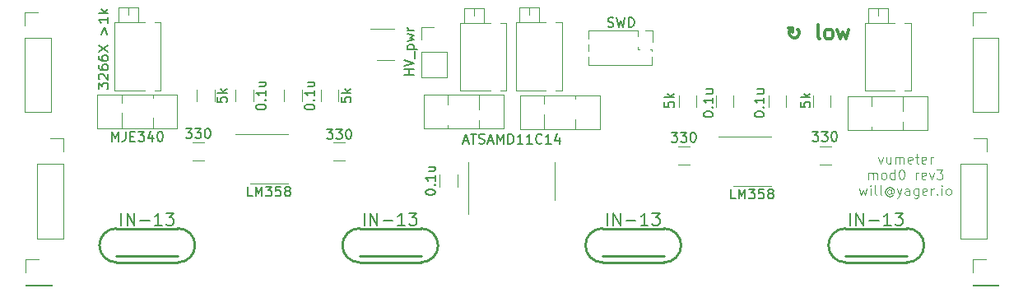
<source format=gto>
G04 #@! TF.GenerationSoftware,KiCad,Pcbnew,(5.1.5-0-10_14)*
G04 #@! TF.CreationDate,2020-01-15T18:19:52+08:00*
G04 #@! TF.ProjectId,vumeter-schematics,76756d65-7465-4722-9d73-6368656d6174,rev?*
G04 #@! TF.SameCoordinates,Original*
G04 #@! TF.FileFunction,Legend,Top*
G04 #@! TF.FilePolarity,Positive*
%FSLAX46Y46*%
G04 Gerber Fmt 4.6, Leading zero omitted, Abs format (unit mm)*
G04 Created by KiCad (PCBNEW (5.1.5-0-10_14)) date 2020-01-15 18:19:52*
%MOMM*%
%LPD*%
G04 APERTURE LIST*
%ADD10C,0.300000*%
%ADD11C,0.125000*%
%ADD12C,0.120000*%
%ADD13C,0.254000*%
%ADD14C,0.127000*%
%ADD15C,0.150000*%
G04 APERTURE END LIST*
D10*
X169103571Y-87290714D02*
X169532142Y-87290714D01*
X169532142Y-87719285D01*
X170103571Y-87433571D02*
X170175000Y-87505000D01*
X170246428Y-87719285D01*
X170246428Y-87862142D01*
X170175000Y-88076428D01*
X170032142Y-88219285D01*
X169817857Y-88290714D01*
X169675000Y-88290714D01*
X169460714Y-88219285D01*
X169317857Y-88076428D01*
X169246428Y-87862142D01*
X169246428Y-87719285D01*
X169317857Y-87505000D01*
X169532142Y-87290714D01*
X172389285Y-88433571D02*
X172246428Y-88362142D01*
X172175000Y-88219285D01*
X172175000Y-86933571D01*
X173175000Y-88433571D02*
X173032142Y-88362142D01*
X172960714Y-88290714D01*
X172889285Y-88147857D01*
X172889285Y-87719285D01*
X172960714Y-87576428D01*
X173032142Y-87505000D01*
X173175000Y-87433571D01*
X173389285Y-87433571D01*
X173532142Y-87505000D01*
X173603571Y-87576428D01*
X173675000Y-87719285D01*
X173675000Y-88147857D01*
X173603571Y-88290714D01*
X173532142Y-88362142D01*
X173389285Y-88433571D01*
X173175000Y-88433571D01*
X174175000Y-87433571D02*
X174460714Y-88433571D01*
X174746428Y-87719285D01*
X175032142Y-88433571D01*
X175317857Y-87433571D01*
D11*
X178365476Y-100565714D02*
X178603571Y-101232380D01*
X178841666Y-100565714D01*
X179651190Y-100565714D02*
X179651190Y-101232380D01*
X179222619Y-100565714D02*
X179222619Y-101089523D01*
X179270238Y-101184761D01*
X179365476Y-101232380D01*
X179508333Y-101232380D01*
X179603571Y-101184761D01*
X179651190Y-101137142D01*
X180127380Y-101232380D02*
X180127380Y-100565714D01*
X180127380Y-100660952D02*
X180175000Y-100613333D01*
X180270238Y-100565714D01*
X180413095Y-100565714D01*
X180508333Y-100613333D01*
X180555952Y-100708571D01*
X180555952Y-101232380D01*
X180555952Y-100708571D02*
X180603571Y-100613333D01*
X180698809Y-100565714D01*
X180841666Y-100565714D01*
X180936904Y-100613333D01*
X180984523Y-100708571D01*
X180984523Y-101232380D01*
X181841666Y-101184761D02*
X181746428Y-101232380D01*
X181555952Y-101232380D01*
X181460714Y-101184761D01*
X181413095Y-101089523D01*
X181413095Y-100708571D01*
X181460714Y-100613333D01*
X181555952Y-100565714D01*
X181746428Y-100565714D01*
X181841666Y-100613333D01*
X181889285Y-100708571D01*
X181889285Y-100803809D01*
X181413095Y-100899047D01*
X182175000Y-100565714D02*
X182555952Y-100565714D01*
X182317857Y-100232380D02*
X182317857Y-101089523D01*
X182365476Y-101184761D01*
X182460714Y-101232380D01*
X182555952Y-101232380D01*
X183270238Y-101184761D02*
X183175000Y-101232380D01*
X182984523Y-101232380D01*
X182889285Y-101184761D01*
X182841666Y-101089523D01*
X182841666Y-100708571D01*
X182889285Y-100613333D01*
X182984523Y-100565714D01*
X183175000Y-100565714D01*
X183270238Y-100613333D01*
X183317857Y-100708571D01*
X183317857Y-100803809D01*
X182841666Y-100899047D01*
X183746428Y-101232380D02*
X183746428Y-100565714D01*
X183746428Y-100756190D02*
X183794047Y-100660952D01*
X183841666Y-100613333D01*
X183936904Y-100565714D01*
X184032142Y-100565714D01*
X177389285Y-102857380D02*
X177389285Y-102190714D01*
X177389285Y-102285952D02*
X177436904Y-102238333D01*
X177532142Y-102190714D01*
X177675000Y-102190714D01*
X177770238Y-102238333D01*
X177817857Y-102333571D01*
X177817857Y-102857380D01*
X177817857Y-102333571D02*
X177865476Y-102238333D01*
X177960714Y-102190714D01*
X178103571Y-102190714D01*
X178198809Y-102238333D01*
X178246428Y-102333571D01*
X178246428Y-102857380D01*
X178865476Y-102857380D02*
X178770238Y-102809761D01*
X178722619Y-102762142D01*
X178675000Y-102666904D01*
X178675000Y-102381190D01*
X178722619Y-102285952D01*
X178770238Y-102238333D01*
X178865476Y-102190714D01*
X179008333Y-102190714D01*
X179103571Y-102238333D01*
X179151190Y-102285952D01*
X179198809Y-102381190D01*
X179198809Y-102666904D01*
X179151190Y-102762142D01*
X179103571Y-102809761D01*
X179008333Y-102857380D01*
X178865476Y-102857380D01*
X180055952Y-102857380D02*
X180055952Y-101857380D01*
X180055952Y-102809761D02*
X179960714Y-102857380D01*
X179770238Y-102857380D01*
X179675000Y-102809761D01*
X179627380Y-102762142D01*
X179579761Y-102666904D01*
X179579761Y-102381190D01*
X179627380Y-102285952D01*
X179675000Y-102238333D01*
X179770238Y-102190714D01*
X179960714Y-102190714D01*
X180055952Y-102238333D01*
X180722619Y-101857380D02*
X180817857Y-101857380D01*
X180913095Y-101905000D01*
X180960714Y-101952619D01*
X181008333Y-102047857D01*
X181055952Y-102238333D01*
X181055952Y-102476428D01*
X181008333Y-102666904D01*
X180960714Y-102762142D01*
X180913095Y-102809761D01*
X180817857Y-102857380D01*
X180722619Y-102857380D01*
X180627380Y-102809761D01*
X180579761Y-102762142D01*
X180532142Y-102666904D01*
X180484523Y-102476428D01*
X180484523Y-102238333D01*
X180532142Y-102047857D01*
X180579761Y-101952619D01*
X180627380Y-101905000D01*
X180722619Y-101857380D01*
X182246428Y-102857380D02*
X182246428Y-102190714D01*
X182246428Y-102381190D02*
X182294047Y-102285952D01*
X182341666Y-102238333D01*
X182436904Y-102190714D01*
X182532142Y-102190714D01*
X183246428Y-102809761D02*
X183151190Y-102857380D01*
X182960714Y-102857380D01*
X182865476Y-102809761D01*
X182817857Y-102714523D01*
X182817857Y-102333571D01*
X182865476Y-102238333D01*
X182960714Y-102190714D01*
X183151190Y-102190714D01*
X183246428Y-102238333D01*
X183294047Y-102333571D01*
X183294047Y-102428809D01*
X182817857Y-102524047D01*
X183627380Y-102190714D02*
X183865476Y-102857380D01*
X184103571Y-102190714D01*
X184389285Y-101857380D02*
X185008333Y-101857380D01*
X184675000Y-102238333D01*
X184817857Y-102238333D01*
X184913095Y-102285952D01*
X184960714Y-102333571D01*
X185008333Y-102428809D01*
X185008333Y-102666904D01*
X184960714Y-102762142D01*
X184913095Y-102809761D01*
X184817857Y-102857380D01*
X184532142Y-102857380D01*
X184436904Y-102809761D01*
X184389285Y-102762142D01*
X176436904Y-103815714D02*
X176627380Y-104482380D01*
X176817857Y-104006190D01*
X177008333Y-104482380D01*
X177198809Y-103815714D01*
X177579761Y-104482380D02*
X177579761Y-103815714D01*
X177579761Y-103482380D02*
X177532142Y-103530000D01*
X177579761Y-103577619D01*
X177627380Y-103530000D01*
X177579761Y-103482380D01*
X177579761Y-103577619D01*
X178198809Y-104482380D02*
X178103571Y-104434761D01*
X178055952Y-104339523D01*
X178055952Y-103482380D01*
X178722619Y-104482380D02*
X178627380Y-104434761D01*
X178579761Y-104339523D01*
X178579761Y-103482380D01*
X179722619Y-104006190D02*
X179675000Y-103958571D01*
X179579761Y-103910952D01*
X179484523Y-103910952D01*
X179389285Y-103958571D01*
X179341666Y-104006190D01*
X179294047Y-104101428D01*
X179294047Y-104196666D01*
X179341666Y-104291904D01*
X179389285Y-104339523D01*
X179484523Y-104387142D01*
X179579761Y-104387142D01*
X179675000Y-104339523D01*
X179722619Y-104291904D01*
X179722619Y-103910952D02*
X179722619Y-104291904D01*
X179770238Y-104339523D01*
X179817857Y-104339523D01*
X179913095Y-104291904D01*
X179960714Y-104196666D01*
X179960714Y-103958571D01*
X179865476Y-103815714D01*
X179722619Y-103720476D01*
X179532142Y-103672857D01*
X179341666Y-103720476D01*
X179198809Y-103815714D01*
X179103571Y-103958571D01*
X179055952Y-104149047D01*
X179103571Y-104339523D01*
X179198809Y-104482380D01*
X179341666Y-104577619D01*
X179532142Y-104625238D01*
X179722619Y-104577619D01*
X179865476Y-104482380D01*
X180294047Y-103815714D02*
X180532142Y-104482380D01*
X180770238Y-103815714D02*
X180532142Y-104482380D01*
X180436904Y-104720476D01*
X180389285Y-104768095D01*
X180294047Y-104815714D01*
X181579761Y-104482380D02*
X181579761Y-103958571D01*
X181532142Y-103863333D01*
X181436904Y-103815714D01*
X181246428Y-103815714D01*
X181151190Y-103863333D01*
X181579761Y-104434761D02*
X181484523Y-104482380D01*
X181246428Y-104482380D01*
X181151190Y-104434761D01*
X181103571Y-104339523D01*
X181103571Y-104244285D01*
X181151190Y-104149047D01*
X181246428Y-104101428D01*
X181484523Y-104101428D01*
X181579761Y-104053809D01*
X182484523Y-103815714D02*
X182484523Y-104625238D01*
X182436904Y-104720476D01*
X182389285Y-104768095D01*
X182294047Y-104815714D01*
X182151190Y-104815714D01*
X182055952Y-104768095D01*
X182484523Y-104434761D02*
X182389285Y-104482380D01*
X182198809Y-104482380D01*
X182103571Y-104434761D01*
X182055952Y-104387142D01*
X182008333Y-104291904D01*
X182008333Y-104006190D01*
X182055952Y-103910952D01*
X182103571Y-103863333D01*
X182198809Y-103815714D01*
X182389285Y-103815714D01*
X182484523Y-103863333D01*
X183341666Y-104434761D02*
X183246428Y-104482380D01*
X183055952Y-104482380D01*
X182960714Y-104434761D01*
X182913095Y-104339523D01*
X182913095Y-103958571D01*
X182960714Y-103863333D01*
X183055952Y-103815714D01*
X183246428Y-103815714D01*
X183341666Y-103863333D01*
X183389285Y-103958571D01*
X183389285Y-104053809D01*
X182913095Y-104149047D01*
X183817857Y-104482380D02*
X183817857Y-103815714D01*
X183817857Y-104006190D02*
X183865476Y-103910952D01*
X183913095Y-103863333D01*
X184008333Y-103815714D01*
X184103571Y-103815714D01*
X184436904Y-104387142D02*
X184484523Y-104434761D01*
X184436904Y-104482380D01*
X184389285Y-104434761D01*
X184436904Y-104387142D01*
X184436904Y-104482380D01*
X184913095Y-104482380D02*
X184913095Y-103815714D01*
X184913095Y-103482380D02*
X184865476Y-103530000D01*
X184913095Y-103577619D01*
X184960714Y-103530000D01*
X184913095Y-103482380D01*
X184913095Y-103577619D01*
X185532142Y-104482380D02*
X185436904Y-104434761D01*
X185389285Y-104387142D01*
X185341666Y-104291904D01*
X185341666Y-104006190D01*
X185389285Y-103910952D01*
X185436904Y-103863333D01*
X185532142Y-103815714D01*
X185675000Y-103815714D01*
X185770238Y-103863333D01*
X185817857Y-103910952D01*
X185865476Y-104006190D01*
X185865476Y-104291904D01*
X185817857Y-104387142D01*
X185770238Y-104434761D01*
X185675000Y-104482380D01*
X185532142Y-104482380D01*
D12*
X178365000Y-85270000D02*
X178365000Y-86029000D01*
X179375000Y-86789000D02*
X177355000Y-86789000D01*
X179375000Y-85270000D02*
X177355000Y-85270000D01*
X177355000Y-85270000D02*
X177355000Y-86789000D01*
X179375000Y-85270000D02*
X179375000Y-86789000D01*
X180080000Y-93740000D02*
X176975000Y-93740000D01*
X181715000Y-93740000D02*
X181070000Y-93740000D01*
X180080000Y-86790000D02*
X176975000Y-86790000D01*
X181715000Y-86790000D02*
X181070000Y-86790000D01*
X176975000Y-86790000D02*
X176975000Y-93740000D01*
X181715000Y-86790000D02*
X181715000Y-93740000D01*
D13*
X106350000Y-110770000D02*
X100000000Y-110770000D01*
X106350000Y-107912500D02*
X100000000Y-107912500D01*
X106350000Y-107912500D02*
G75*
G02X108096300Y-109658800I0J-1746300D01*
G01*
X108096300Y-109658798D02*
G75*
G02X106350100Y-111405000I-1746201J-1D01*
G01*
X106032500Y-111405000D02*
X106350100Y-111405000D01*
X100635000Y-111405000D02*
X106032500Y-111405000D01*
X99999900Y-111405000D02*
X100635000Y-111405000D01*
X99999901Y-111404999D02*
G75*
G02X98253700Y-109658800I-1J1746200D01*
G01*
X98253700Y-109658800D02*
G75*
G02X100000000Y-107912500I1746300J0D01*
G01*
D14*
X100000000Y-111405000D02*
G75*
G02X100000000Y-107912500I0J1746250D01*
G01*
X106350000Y-111405000D02*
G75*
G03X106350000Y-107912500I0J1746250D01*
G01*
X106032500Y-111405000D02*
X106350000Y-111405000D01*
X100000000Y-111405000D02*
X100635000Y-111405000D01*
D13*
X131350000Y-110770000D02*
X125000000Y-110770000D01*
X131350000Y-107912500D02*
X125000000Y-107912500D01*
X131350000Y-107912500D02*
G75*
G02X133096300Y-109658800I0J-1746300D01*
G01*
X133096300Y-109658798D02*
G75*
G02X131350100Y-111405000I-1746201J-1D01*
G01*
X131032500Y-111405000D02*
X131350100Y-111405000D01*
X125635000Y-111405000D02*
X131032500Y-111405000D01*
X124999900Y-111405000D02*
X125635000Y-111405000D01*
X124999901Y-111404999D02*
G75*
G02X123253700Y-109658800I-1J1746200D01*
G01*
X123253700Y-109658800D02*
G75*
G02X125000000Y-107912500I1746300J0D01*
G01*
D14*
X125000000Y-111405000D02*
G75*
G02X125000000Y-107912500I0J1746250D01*
G01*
X131350000Y-111405000D02*
G75*
G03X131350000Y-107912500I0J1746250D01*
G01*
X131032500Y-111405000D02*
X131350000Y-111405000D01*
X125000000Y-111405000D02*
X125635000Y-111405000D01*
D13*
X156350000Y-110770000D02*
X150000000Y-110770000D01*
X156350000Y-107912500D02*
X150000000Y-107912500D01*
X156350000Y-107912500D02*
G75*
G02X158096300Y-109658800I0J-1746300D01*
G01*
X158096300Y-109658798D02*
G75*
G02X156350100Y-111405000I-1746201J-1D01*
G01*
X156032500Y-111405000D02*
X156350100Y-111405000D01*
X150635000Y-111405000D02*
X156032500Y-111405000D01*
X149999900Y-111405000D02*
X150635000Y-111405000D01*
X149999901Y-111404999D02*
G75*
G02X148253700Y-109658800I-1J1746200D01*
G01*
X148253700Y-109658800D02*
G75*
G02X150000000Y-107912500I1746300J0D01*
G01*
D14*
X150000000Y-111405000D02*
G75*
G02X150000000Y-107912500I0J1746250D01*
G01*
X156350000Y-111405000D02*
G75*
G03X156350000Y-107912500I0J1746250D01*
G01*
X156032500Y-111405000D02*
X156350000Y-111405000D01*
X150000000Y-111405000D02*
X150635000Y-111405000D01*
D13*
X181350000Y-110770000D02*
X175000000Y-110770000D01*
X181350000Y-107912500D02*
X175000000Y-107912500D01*
X181350000Y-107912500D02*
G75*
G02X183096300Y-109658800I0J-1746300D01*
G01*
X183096300Y-109658798D02*
G75*
G02X181350100Y-111405000I-1746201J-1D01*
G01*
X181032500Y-111405000D02*
X181350100Y-111405000D01*
X175635000Y-111405000D02*
X181032500Y-111405000D01*
X174999900Y-111405000D02*
X175635000Y-111405000D01*
X174999901Y-111404999D02*
G75*
G02X173253700Y-109658800I-1J1746200D01*
G01*
X173253700Y-109658800D02*
G75*
G02X175000000Y-107912500I1746300J0D01*
G01*
D14*
X175000000Y-111405000D02*
G75*
G02X175000000Y-107912500I0J1746250D01*
G01*
X181350000Y-111405000D02*
G75*
G03X181350000Y-107912500I0J1746250D01*
G01*
X181032500Y-111405000D02*
X181350000Y-111405000D01*
X175000000Y-111405000D02*
X175635000Y-111405000D01*
D12*
X135085000Y-102402936D02*
X135085000Y-103607064D01*
X133265000Y-102402936D02*
X133265000Y-103607064D01*
X112265000Y-94857064D02*
X112265000Y-93652936D01*
X114085000Y-94857064D02*
X114085000Y-93652936D01*
X119085000Y-94857064D02*
X119085000Y-93652936D01*
X117265000Y-94857064D02*
X117265000Y-93652936D01*
X163485000Y-95407064D02*
X163485000Y-94202936D01*
X161665000Y-95407064D02*
X161665000Y-94202936D01*
X167065000Y-95407064D02*
X167065000Y-94202936D01*
X168885000Y-95407064D02*
X168885000Y-94202936D01*
X110085000Y-93652936D02*
X110085000Y-94857064D01*
X108265000Y-93652936D02*
X108265000Y-94857064D01*
X122835000Y-93652936D02*
X122835000Y-94857064D01*
X121015000Y-93652936D02*
X121015000Y-94857064D01*
X157865000Y-94202936D02*
X157865000Y-95407064D01*
X159685000Y-94202936D02*
X159685000Y-95407064D01*
X171665000Y-94202936D02*
X171665000Y-95407064D01*
X173485000Y-94202936D02*
X173485000Y-95407064D01*
X109027064Y-99095000D02*
X107822936Y-99095000D01*
X109027064Y-100915000D02*
X107822936Y-100915000D01*
X122322936Y-99095000D02*
X123527064Y-99095000D01*
X122322936Y-100915000D02*
X123527064Y-100915000D01*
X158977064Y-99495000D02*
X157772936Y-99495000D01*
X158977064Y-101315000D02*
X157772936Y-101315000D01*
X172322936Y-99495000D02*
X173527064Y-99495000D01*
X172322936Y-101315000D02*
X173527064Y-101315000D01*
X115675000Y-98195000D02*
X112225000Y-98195000D01*
X115675000Y-98195000D02*
X117625000Y-98195000D01*
X115675000Y-103315000D02*
X113725000Y-103315000D01*
X115675000Y-103315000D02*
X117625000Y-103315000D01*
X145110000Y-103005000D02*
X145110000Y-101055000D01*
X145110000Y-103005000D02*
X145110000Y-104955000D01*
X136240000Y-103005000D02*
X136240000Y-101055000D01*
X136240000Y-103005000D02*
X136240000Y-106455000D01*
X165375000Y-103565000D02*
X167325000Y-103565000D01*
X165375000Y-103565000D02*
X163425000Y-103565000D01*
X165375000Y-98445000D02*
X167325000Y-98445000D01*
X165375000Y-98445000D02*
X161925000Y-98445000D01*
X101215000Y-85220000D02*
X101215000Y-85979000D01*
X102225000Y-86739000D02*
X100205000Y-86739000D01*
X102225000Y-85220000D02*
X100205000Y-85220000D01*
X100205000Y-85220000D02*
X100205000Y-86739000D01*
X102225000Y-85220000D02*
X102225000Y-86739000D01*
X102930000Y-93690000D02*
X99825000Y-93690000D01*
X104565000Y-93690000D02*
X103920000Y-93690000D01*
X102930000Y-86740000D02*
X99825000Y-86740000D01*
X104565000Y-86740000D02*
X103920000Y-86740000D01*
X99825000Y-86740000D02*
X99825000Y-93690000D01*
X104565000Y-86740000D02*
X104565000Y-93690000D01*
X140115000Y-86790000D02*
X140115000Y-93740000D01*
X135375000Y-86790000D02*
X135375000Y-93740000D01*
X140115000Y-86790000D02*
X139470000Y-86790000D01*
X138480000Y-86790000D02*
X135375000Y-86790000D01*
X140115000Y-93740000D02*
X139470000Y-93740000D01*
X138480000Y-93740000D02*
X135375000Y-93740000D01*
X137775000Y-85270000D02*
X137775000Y-86789000D01*
X135755000Y-85270000D02*
X135755000Y-86789000D01*
X137775000Y-85270000D02*
X135755000Y-85270000D01*
X137775000Y-86789000D02*
X135755000Y-86789000D01*
X136765000Y-85270000D02*
X136765000Y-86029000D01*
X145815000Y-86740000D02*
X145815000Y-93690000D01*
X141075000Y-86740000D02*
X141075000Y-93690000D01*
X145815000Y-86740000D02*
X145170000Y-86740000D01*
X144180000Y-86740000D02*
X141075000Y-86740000D01*
X145815000Y-93690000D02*
X145170000Y-93690000D01*
X144180000Y-93690000D02*
X141075000Y-93690000D01*
X143475000Y-85220000D02*
X143475000Y-86739000D01*
X141455000Y-85220000D02*
X141455000Y-86739000D01*
X143475000Y-85220000D02*
X141455000Y-85220000D01*
X143475000Y-86739000D02*
X141455000Y-86739000D01*
X142465000Y-85220000D02*
X142465000Y-85979000D01*
X91845000Y-101275000D02*
X94505000Y-101275000D01*
X91845000Y-101275000D02*
X91845000Y-108955000D01*
X91845000Y-108955000D02*
X94505000Y-108955000D01*
X94505000Y-101275000D02*
X94505000Y-108955000D01*
X94505000Y-98675000D02*
X94505000Y-100005000D01*
X93175000Y-98675000D02*
X94505000Y-98675000D01*
X188175000Y-98675000D02*
X189505000Y-98675000D01*
X189505000Y-98675000D02*
X189505000Y-100005000D01*
X189505000Y-101275000D02*
X189505000Y-108955000D01*
X186845000Y-108955000D02*
X189505000Y-108955000D01*
X186845000Y-101275000D02*
X186845000Y-108955000D01*
X186845000Y-101275000D02*
X189505000Y-101275000D01*
X131345000Y-92375000D02*
X134005000Y-92375000D01*
X131345000Y-89775000D02*
X131345000Y-92375000D01*
X134005000Y-89775000D02*
X134005000Y-92375000D01*
X131345000Y-89775000D02*
X134005000Y-89775000D01*
X131345000Y-88505000D02*
X131345000Y-87175000D01*
X131345000Y-87175000D02*
X132675000Y-87175000D01*
X90669000Y-113781000D02*
X93329000Y-113781000D01*
X90669000Y-113721000D02*
X90669000Y-113781000D01*
X93329000Y-113721000D02*
X93329000Y-113781000D01*
X90669000Y-113721000D02*
X93329000Y-113721000D01*
X90669000Y-112451000D02*
X90669000Y-111121000D01*
X90669000Y-111121000D02*
X91999000Y-111121000D01*
X188095000Y-111121000D02*
X189425000Y-111121000D01*
X188095000Y-112451000D02*
X188095000Y-111121000D01*
X188095000Y-113721000D02*
X190755000Y-113721000D01*
X190755000Y-113721000D02*
X190755000Y-113781000D01*
X188095000Y-113721000D02*
X188095000Y-113781000D01*
X188095000Y-113781000D02*
X190755000Y-113781000D01*
X188095000Y-85675000D02*
X189425000Y-85675000D01*
X188095000Y-87005000D02*
X188095000Y-85675000D01*
X188095000Y-88275000D02*
X190755000Y-88275000D01*
X190755000Y-88275000D02*
X190755000Y-95955000D01*
X188095000Y-88275000D02*
X188095000Y-95955000D01*
X188095000Y-95955000D02*
X190755000Y-95955000D01*
X90595000Y-95955000D02*
X93255000Y-95955000D01*
X90595000Y-88275000D02*
X90595000Y-95955000D01*
X93255000Y-88275000D02*
X93255000Y-95955000D01*
X90595000Y-88275000D02*
X93255000Y-88275000D01*
X90595000Y-87005000D02*
X90595000Y-85675000D01*
X90595000Y-85675000D02*
X91925000Y-85675000D01*
X126775000Y-90615000D02*
X128575000Y-90615000D01*
X128575000Y-87395000D02*
X126125000Y-87395000D01*
X100534000Y-94965000D02*
X100534000Y-94135000D01*
X100534000Y-97625000D02*
X100534000Y-96045000D01*
X103735000Y-94455000D02*
X103735000Y-94135000D01*
X103735000Y-97625000D02*
X103735000Y-96555000D01*
X98015000Y-97625000D02*
X98015000Y-94135000D01*
X106255000Y-97625000D02*
X106255000Y-94135000D01*
X106255000Y-94135000D02*
X98015000Y-94135000D01*
X106255000Y-97625000D02*
X98015000Y-97625000D01*
X137316000Y-96795000D02*
X137316000Y-97625000D01*
X137316000Y-94135000D02*
X137316000Y-95715000D01*
X134115000Y-97305000D02*
X134115000Y-97625000D01*
X134115000Y-94135000D02*
X134115000Y-95205000D01*
X139835000Y-94135000D02*
X139835000Y-97625000D01*
X131595000Y-94135000D02*
X131595000Y-97625000D01*
X131595000Y-97625000D02*
X139835000Y-97625000D01*
X131595000Y-94135000D02*
X139835000Y-94135000D01*
X149755000Y-97725000D02*
X141515000Y-97725000D01*
X149755000Y-94235000D02*
X141515000Y-94235000D01*
X149755000Y-97725000D02*
X149755000Y-94235000D01*
X141515000Y-97725000D02*
X141515000Y-94235000D01*
X147235000Y-97725000D02*
X147235000Y-96655000D01*
X147235000Y-94555000D02*
X147235000Y-94235000D01*
X144034000Y-97725000D02*
X144034000Y-96145000D01*
X144034000Y-95065000D02*
X144034000Y-94235000D01*
X175195000Y-94285000D02*
X183435000Y-94285000D01*
X175195000Y-97775000D02*
X183435000Y-97775000D01*
X175195000Y-94285000D02*
X175195000Y-97775000D01*
X183435000Y-94285000D02*
X183435000Y-97775000D01*
X177715000Y-94285000D02*
X177715000Y-95355000D01*
X177715000Y-97455000D02*
X177715000Y-97775000D01*
X180916000Y-94285000D02*
X180916000Y-95865000D01*
X180916000Y-96945000D02*
X180916000Y-97775000D01*
X148600000Y-87575000D02*
X148600000Y-88397470D01*
X148600000Y-90282530D02*
X148600000Y-91105000D01*
X148600000Y-89012530D02*
X148600000Y-89667470D01*
X153615000Y-87575000D02*
X148600000Y-87575000D01*
X155070000Y-91105000D02*
X148600000Y-91105000D01*
X153615000Y-87575000D02*
X153615000Y-88141529D01*
X153615000Y-89268471D02*
X153615000Y-89411529D01*
X153668471Y-89465000D02*
X153811529Y-89465000D01*
X154938471Y-89465000D02*
X155070000Y-89465000D01*
X155070000Y-89465000D02*
X155070000Y-89667470D01*
X155070000Y-90282530D02*
X155070000Y-91105000D01*
X154375000Y-87575000D02*
X155135000Y-87575000D01*
X155135000Y-87575000D02*
X155135000Y-88705000D01*
D15*
X100514047Y-107579523D02*
X100514047Y-106309523D01*
X101118809Y-107579523D02*
X101118809Y-106309523D01*
X101844523Y-107579523D01*
X101844523Y-106309523D01*
X102449285Y-107095714D02*
X103416904Y-107095714D01*
X104686904Y-107579523D02*
X103961190Y-107579523D01*
X104324047Y-107579523D02*
X104324047Y-106309523D01*
X104203095Y-106490952D01*
X104082142Y-106611904D01*
X103961190Y-106672380D01*
X105110238Y-106309523D02*
X105896428Y-106309523D01*
X105473095Y-106793333D01*
X105654523Y-106793333D01*
X105775476Y-106853809D01*
X105835952Y-106914285D01*
X105896428Y-107035238D01*
X105896428Y-107337619D01*
X105835952Y-107458571D01*
X105775476Y-107519047D01*
X105654523Y-107579523D01*
X105291666Y-107579523D01*
X105170714Y-107519047D01*
X105110238Y-107458571D01*
X125514047Y-107579523D02*
X125514047Y-106309523D01*
X126118809Y-107579523D02*
X126118809Y-106309523D01*
X126844523Y-107579523D01*
X126844523Y-106309523D01*
X127449285Y-107095714D02*
X128416904Y-107095714D01*
X129686904Y-107579523D02*
X128961190Y-107579523D01*
X129324047Y-107579523D02*
X129324047Y-106309523D01*
X129203095Y-106490952D01*
X129082142Y-106611904D01*
X128961190Y-106672380D01*
X130110238Y-106309523D02*
X130896428Y-106309523D01*
X130473095Y-106793333D01*
X130654523Y-106793333D01*
X130775476Y-106853809D01*
X130835952Y-106914285D01*
X130896428Y-107035238D01*
X130896428Y-107337619D01*
X130835952Y-107458571D01*
X130775476Y-107519047D01*
X130654523Y-107579523D01*
X130291666Y-107579523D01*
X130170714Y-107519047D01*
X130110238Y-107458571D01*
X150514047Y-107579523D02*
X150514047Y-106309523D01*
X151118809Y-107579523D02*
X151118809Y-106309523D01*
X151844523Y-107579523D01*
X151844523Y-106309523D01*
X152449285Y-107095714D02*
X153416904Y-107095714D01*
X154686904Y-107579523D02*
X153961190Y-107579523D01*
X154324047Y-107579523D02*
X154324047Y-106309523D01*
X154203095Y-106490952D01*
X154082142Y-106611904D01*
X153961190Y-106672380D01*
X155110238Y-106309523D02*
X155896428Y-106309523D01*
X155473095Y-106793333D01*
X155654523Y-106793333D01*
X155775476Y-106853809D01*
X155835952Y-106914285D01*
X155896428Y-107035238D01*
X155896428Y-107337619D01*
X155835952Y-107458571D01*
X155775476Y-107519047D01*
X155654523Y-107579523D01*
X155291666Y-107579523D01*
X155170714Y-107519047D01*
X155110238Y-107458571D01*
X175514047Y-107579523D02*
X175514047Y-106309523D01*
X176118809Y-107579523D02*
X176118809Y-106309523D01*
X176844523Y-107579523D01*
X176844523Y-106309523D01*
X177449285Y-107095714D02*
X178416904Y-107095714D01*
X179686904Y-107579523D02*
X178961190Y-107579523D01*
X179324047Y-107579523D02*
X179324047Y-106309523D01*
X179203095Y-106490952D01*
X179082142Y-106611904D01*
X178961190Y-106672380D01*
X180110238Y-106309523D02*
X180896428Y-106309523D01*
X180473095Y-106793333D01*
X180654523Y-106793333D01*
X180775476Y-106853809D01*
X180835952Y-106914285D01*
X180896428Y-107035238D01*
X180896428Y-107337619D01*
X180835952Y-107458571D01*
X180775476Y-107519047D01*
X180654523Y-107579523D01*
X180291666Y-107579523D01*
X180170714Y-107519047D01*
X180110238Y-107458571D01*
X131807380Y-104219285D02*
X131807380Y-104124047D01*
X131855000Y-104028809D01*
X131902619Y-103981190D01*
X131997857Y-103933571D01*
X132188333Y-103885952D01*
X132426428Y-103885952D01*
X132616904Y-103933571D01*
X132712142Y-103981190D01*
X132759761Y-104028809D01*
X132807380Y-104124047D01*
X132807380Y-104219285D01*
X132759761Y-104314523D01*
X132712142Y-104362142D01*
X132616904Y-104409761D01*
X132426428Y-104457380D01*
X132188333Y-104457380D01*
X131997857Y-104409761D01*
X131902619Y-104362142D01*
X131855000Y-104314523D01*
X131807380Y-104219285D01*
X132712142Y-103457380D02*
X132759761Y-103409761D01*
X132807380Y-103457380D01*
X132759761Y-103505000D01*
X132712142Y-103457380D01*
X132807380Y-103457380D01*
X132807380Y-102457380D02*
X132807380Y-103028809D01*
X132807380Y-102743095D02*
X131807380Y-102743095D01*
X131950238Y-102838333D01*
X132045476Y-102933571D01*
X132093095Y-103028809D01*
X132140714Y-101600238D02*
X132807380Y-101600238D01*
X132140714Y-102028809D02*
X132664523Y-102028809D01*
X132759761Y-101981190D01*
X132807380Y-101885952D01*
X132807380Y-101743095D01*
X132759761Y-101647857D01*
X132712142Y-101600238D01*
X114377380Y-95469285D02*
X114377380Y-95374047D01*
X114425000Y-95278809D01*
X114472619Y-95231190D01*
X114567857Y-95183571D01*
X114758333Y-95135952D01*
X114996428Y-95135952D01*
X115186904Y-95183571D01*
X115282142Y-95231190D01*
X115329761Y-95278809D01*
X115377380Y-95374047D01*
X115377380Y-95469285D01*
X115329761Y-95564523D01*
X115282142Y-95612142D01*
X115186904Y-95659761D01*
X114996428Y-95707380D01*
X114758333Y-95707380D01*
X114567857Y-95659761D01*
X114472619Y-95612142D01*
X114425000Y-95564523D01*
X114377380Y-95469285D01*
X115282142Y-94707380D02*
X115329761Y-94659761D01*
X115377380Y-94707380D01*
X115329761Y-94755000D01*
X115282142Y-94707380D01*
X115377380Y-94707380D01*
X115377380Y-93707380D02*
X115377380Y-94278809D01*
X115377380Y-93993095D02*
X114377380Y-93993095D01*
X114520238Y-94088333D01*
X114615476Y-94183571D01*
X114663095Y-94278809D01*
X114710714Y-92850238D02*
X115377380Y-92850238D01*
X114710714Y-93278809D02*
X115234523Y-93278809D01*
X115329761Y-93231190D01*
X115377380Y-93135952D01*
X115377380Y-92993095D01*
X115329761Y-92897857D01*
X115282142Y-92850238D01*
X119377380Y-95469285D02*
X119377380Y-95374047D01*
X119425000Y-95278809D01*
X119472619Y-95231190D01*
X119567857Y-95183571D01*
X119758333Y-95135952D01*
X119996428Y-95135952D01*
X120186904Y-95183571D01*
X120282142Y-95231190D01*
X120329761Y-95278809D01*
X120377380Y-95374047D01*
X120377380Y-95469285D01*
X120329761Y-95564523D01*
X120282142Y-95612142D01*
X120186904Y-95659761D01*
X119996428Y-95707380D01*
X119758333Y-95707380D01*
X119567857Y-95659761D01*
X119472619Y-95612142D01*
X119425000Y-95564523D01*
X119377380Y-95469285D01*
X120282142Y-94707380D02*
X120329761Y-94659761D01*
X120377380Y-94707380D01*
X120329761Y-94755000D01*
X120282142Y-94707380D01*
X120377380Y-94707380D01*
X120377380Y-93707380D02*
X120377380Y-94278809D01*
X120377380Y-93993095D02*
X119377380Y-93993095D01*
X119520238Y-94088333D01*
X119615476Y-94183571D01*
X119663095Y-94278809D01*
X119710714Y-92850238D02*
X120377380Y-92850238D01*
X119710714Y-93278809D02*
X120234523Y-93278809D01*
X120329761Y-93231190D01*
X120377380Y-93135952D01*
X120377380Y-92993095D01*
X120329761Y-92897857D01*
X120282142Y-92850238D01*
X160377380Y-96219285D02*
X160377380Y-96124047D01*
X160425000Y-96028809D01*
X160472619Y-95981190D01*
X160567857Y-95933571D01*
X160758333Y-95885952D01*
X160996428Y-95885952D01*
X161186904Y-95933571D01*
X161282142Y-95981190D01*
X161329761Y-96028809D01*
X161377380Y-96124047D01*
X161377380Y-96219285D01*
X161329761Y-96314523D01*
X161282142Y-96362142D01*
X161186904Y-96409761D01*
X160996428Y-96457380D01*
X160758333Y-96457380D01*
X160567857Y-96409761D01*
X160472619Y-96362142D01*
X160425000Y-96314523D01*
X160377380Y-96219285D01*
X161282142Y-95457380D02*
X161329761Y-95409761D01*
X161377380Y-95457380D01*
X161329761Y-95505000D01*
X161282142Y-95457380D01*
X161377380Y-95457380D01*
X161377380Y-94457380D02*
X161377380Y-95028809D01*
X161377380Y-94743095D02*
X160377380Y-94743095D01*
X160520238Y-94838333D01*
X160615476Y-94933571D01*
X160663095Y-95028809D01*
X160710714Y-93600238D02*
X161377380Y-93600238D01*
X160710714Y-94028809D02*
X161234523Y-94028809D01*
X161329761Y-93981190D01*
X161377380Y-93885952D01*
X161377380Y-93743095D01*
X161329761Y-93647857D01*
X161282142Y-93600238D01*
X165627380Y-96219285D02*
X165627380Y-96124047D01*
X165675000Y-96028809D01*
X165722619Y-95981190D01*
X165817857Y-95933571D01*
X166008333Y-95885952D01*
X166246428Y-95885952D01*
X166436904Y-95933571D01*
X166532142Y-95981190D01*
X166579761Y-96028809D01*
X166627380Y-96124047D01*
X166627380Y-96219285D01*
X166579761Y-96314523D01*
X166532142Y-96362142D01*
X166436904Y-96409761D01*
X166246428Y-96457380D01*
X166008333Y-96457380D01*
X165817857Y-96409761D01*
X165722619Y-96362142D01*
X165675000Y-96314523D01*
X165627380Y-96219285D01*
X166532142Y-95457380D02*
X166579761Y-95409761D01*
X166627380Y-95457380D01*
X166579761Y-95505000D01*
X166532142Y-95457380D01*
X166627380Y-95457380D01*
X166627380Y-94457380D02*
X166627380Y-95028809D01*
X166627380Y-94743095D02*
X165627380Y-94743095D01*
X165770238Y-94838333D01*
X165865476Y-94933571D01*
X165913095Y-95028809D01*
X165960714Y-93600238D02*
X166627380Y-93600238D01*
X165960714Y-94028809D02*
X166484523Y-94028809D01*
X166579761Y-93981190D01*
X166627380Y-93885952D01*
X166627380Y-93743095D01*
X166579761Y-93647857D01*
X166532142Y-93600238D01*
X110377380Y-94421666D02*
X110377380Y-94897857D01*
X110853571Y-94945476D01*
X110805952Y-94897857D01*
X110758333Y-94802619D01*
X110758333Y-94564523D01*
X110805952Y-94469285D01*
X110853571Y-94421666D01*
X110948809Y-94374047D01*
X111186904Y-94374047D01*
X111282142Y-94421666D01*
X111329761Y-94469285D01*
X111377380Y-94564523D01*
X111377380Y-94802619D01*
X111329761Y-94897857D01*
X111282142Y-94945476D01*
X111377380Y-93945476D02*
X110377380Y-93945476D01*
X110996428Y-93850238D02*
X111377380Y-93564523D01*
X110710714Y-93564523D02*
X111091666Y-93945476D01*
X123127380Y-94421666D02*
X123127380Y-94897857D01*
X123603571Y-94945476D01*
X123555952Y-94897857D01*
X123508333Y-94802619D01*
X123508333Y-94564523D01*
X123555952Y-94469285D01*
X123603571Y-94421666D01*
X123698809Y-94374047D01*
X123936904Y-94374047D01*
X124032142Y-94421666D01*
X124079761Y-94469285D01*
X124127380Y-94564523D01*
X124127380Y-94802619D01*
X124079761Y-94897857D01*
X124032142Y-94945476D01*
X124127380Y-93945476D02*
X123127380Y-93945476D01*
X123746428Y-93850238D02*
X124127380Y-93564523D01*
X123460714Y-93564523D02*
X123841666Y-93945476D01*
X156377380Y-94921666D02*
X156377380Y-95397857D01*
X156853571Y-95445476D01*
X156805952Y-95397857D01*
X156758333Y-95302619D01*
X156758333Y-95064523D01*
X156805952Y-94969285D01*
X156853571Y-94921666D01*
X156948809Y-94874047D01*
X157186904Y-94874047D01*
X157282142Y-94921666D01*
X157329761Y-94969285D01*
X157377380Y-95064523D01*
X157377380Y-95302619D01*
X157329761Y-95397857D01*
X157282142Y-95445476D01*
X157377380Y-94445476D02*
X156377380Y-94445476D01*
X156996428Y-94350238D02*
X157377380Y-94064523D01*
X156710714Y-94064523D02*
X157091666Y-94445476D01*
X170377380Y-94921666D02*
X170377380Y-95397857D01*
X170853571Y-95445476D01*
X170805952Y-95397857D01*
X170758333Y-95302619D01*
X170758333Y-95064523D01*
X170805952Y-94969285D01*
X170853571Y-94921666D01*
X170948809Y-94874047D01*
X171186904Y-94874047D01*
X171282142Y-94921666D01*
X171329761Y-94969285D01*
X171377380Y-95064523D01*
X171377380Y-95302619D01*
X171329761Y-95397857D01*
X171282142Y-95445476D01*
X171377380Y-94445476D02*
X170377380Y-94445476D01*
X170996428Y-94350238D02*
X171377380Y-94064523D01*
X170710714Y-94064523D02*
X171091666Y-94445476D01*
X107139285Y-97637380D02*
X107758333Y-97637380D01*
X107425000Y-98018333D01*
X107567857Y-98018333D01*
X107663095Y-98065952D01*
X107710714Y-98113571D01*
X107758333Y-98208809D01*
X107758333Y-98446904D01*
X107710714Y-98542142D01*
X107663095Y-98589761D01*
X107567857Y-98637380D01*
X107282142Y-98637380D01*
X107186904Y-98589761D01*
X107139285Y-98542142D01*
X108091666Y-97637380D02*
X108710714Y-97637380D01*
X108377380Y-98018333D01*
X108520238Y-98018333D01*
X108615476Y-98065952D01*
X108663095Y-98113571D01*
X108710714Y-98208809D01*
X108710714Y-98446904D01*
X108663095Y-98542142D01*
X108615476Y-98589761D01*
X108520238Y-98637380D01*
X108234523Y-98637380D01*
X108139285Y-98589761D01*
X108091666Y-98542142D01*
X109329761Y-97637380D02*
X109425000Y-97637380D01*
X109520238Y-97685000D01*
X109567857Y-97732619D01*
X109615476Y-97827857D01*
X109663095Y-98018333D01*
X109663095Y-98256428D01*
X109615476Y-98446904D01*
X109567857Y-98542142D01*
X109520238Y-98589761D01*
X109425000Y-98637380D01*
X109329761Y-98637380D01*
X109234523Y-98589761D01*
X109186904Y-98542142D01*
X109139285Y-98446904D01*
X109091666Y-98256428D01*
X109091666Y-98018333D01*
X109139285Y-97827857D01*
X109186904Y-97732619D01*
X109234523Y-97685000D01*
X109329761Y-97637380D01*
X121639285Y-97707380D02*
X122258333Y-97707380D01*
X121925000Y-98088333D01*
X122067857Y-98088333D01*
X122163095Y-98135952D01*
X122210714Y-98183571D01*
X122258333Y-98278809D01*
X122258333Y-98516904D01*
X122210714Y-98612142D01*
X122163095Y-98659761D01*
X122067857Y-98707380D01*
X121782142Y-98707380D01*
X121686904Y-98659761D01*
X121639285Y-98612142D01*
X122591666Y-97707380D02*
X123210714Y-97707380D01*
X122877380Y-98088333D01*
X123020238Y-98088333D01*
X123115476Y-98135952D01*
X123163095Y-98183571D01*
X123210714Y-98278809D01*
X123210714Y-98516904D01*
X123163095Y-98612142D01*
X123115476Y-98659761D01*
X123020238Y-98707380D01*
X122734523Y-98707380D01*
X122639285Y-98659761D01*
X122591666Y-98612142D01*
X123829761Y-97707380D02*
X123925000Y-97707380D01*
X124020238Y-97755000D01*
X124067857Y-97802619D01*
X124115476Y-97897857D01*
X124163095Y-98088333D01*
X124163095Y-98326428D01*
X124115476Y-98516904D01*
X124067857Y-98612142D01*
X124020238Y-98659761D01*
X123925000Y-98707380D01*
X123829761Y-98707380D01*
X123734523Y-98659761D01*
X123686904Y-98612142D01*
X123639285Y-98516904D01*
X123591666Y-98326428D01*
X123591666Y-98088333D01*
X123639285Y-97897857D01*
X123686904Y-97802619D01*
X123734523Y-97755000D01*
X123829761Y-97707380D01*
X157089285Y-98037380D02*
X157708333Y-98037380D01*
X157375000Y-98418333D01*
X157517857Y-98418333D01*
X157613095Y-98465952D01*
X157660714Y-98513571D01*
X157708333Y-98608809D01*
X157708333Y-98846904D01*
X157660714Y-98942142D01*
X157613095Y-98989761D01*
X157517857Y-99037380D01*
X157232142Y-99037380D01*
X157136904Y-98989761D01*
X157089285Y-98942142D01*
X158041666Y-98037380D02*
X158660714Y-98037380D01*
X158327380Y-98418333D01*
X158470238Y-98418333D01*
X158565476Y-98465952D01*
X158613095Y-98513571D01*
X158660714Y-98608809D01*
X158660714Y-98846904D01*
X158613095Y-98942142D01*
X158565476Y-98989761D01*
X158470238Y-99037380D01*
X158184523Y-99037380D01*
X158089285Y-98989761D01*
X158041666Y-98942142D01*
X159279761Y-98037380D02*
X159375000Y-98037380D01*
X159470238Y-98085000D01*
X159517857Y-98132619D01*
X159565476Y-98227857D01*
X159613095Y-98418333D01*
X159613095Y-98656428D01*
X159565476Y-98846904D01*
X159517857Y-98942142D01*
X159470238Y-98989761D01*
X159375000Y-99037380D01*
X159279761Y-99037380D01*
X159184523Y-98989761D01*
X159136904Y-98942142D01*
X159089285Y-98846904D01*
X159041666Y-98656428D01*
X159041666Y-98418333D01*
X159089285Y-98227857D01*
X159136904Y-98132619D01*
X159184523Y-98085000D01*
X159279761Y-98037380D01*
X171589285Y-97957380D02*
X172208333Y-97957380D01*
X171875000Y-98338333D01*
X172017857Y-98338333D01*
X172113095Y-98385952D01*
X172160714Y-98433571D01*
X172208333Y-98528809D01*
X172208333Y-98766904D01*
X172160714Y-98862142D01*
X172113095Y-98909761D01*
X172017857Y-98957380D01*
X171732142Y-98957380D01*
X171636904Y-98909761D01*
X171589285Y-98862142D01*
X172541666Y-97957380D02*
X173160714Y-97957380D01*
X172827380Y-98338333D01*
X172970238Y-98338333D01*
X173065476Y-98385952D01*
X173113095Y-98433571D01*
X173160714Y-98528809D01*
X173160714Y-98766904D01*
X173113095Y-98862142D01*
X173065476Y-98909761D01*
X172970238Y-98957380D01*
X172684523Y-98957380D01*
X172589285Y-98909761D01*
X172541666Y-98862142D01*
X173779761Y-97957380D02*
X173875000Y-97957380D01*
X173970238Y-98005000D01*
X174017857Y-98052619D01*
X174065476Y-98147857D01*
X174113095Y-98338333D01*
X174113095Y-98576428D01*
X174065476Y-98766904D01*
X174017857Y-98862142D01*
X173970238Y-98909761D01*
X173875000Y-98957380D01*
X173779761Y-98957380D01*
X173684523Y-98909761D01*
X173636904Y-98862142D01*
X173589285Y-98766904D01*
X173541666Y-98576428D01*
X173541666Y-98338333D01*
X173589285Y-98147857D01*
X173636904Y-98052619D01*
X173684523Y-98005000D01*
X173779761Y-97957380D01*
X113984523Y-104607380D02*
X113508333Y-104607380D01*
X113508333Y-103607380D01*
X114317857Y-104607380D02*
X114317857Y-103607380D01*
X114651190Y-104321666D01*
X114984523Y-103607380D01*
X114984523Y-104607380D01*
X115365476Y-103607380D02*
X115984523Y-103607380D01*
X115651190Y-103988333D01*
X115794047Y-103988333D01*
X115889285Y-104035952D01*
X115936904Y-104083571D01*
X115984523Y-104178809D01*
X115984523Y-104416904D01*
X115936904Y-104512142D01*
X115889285Y-104559761D01*
X115794047Y-104607380D01*
X115508333Y-104607380D01*
X115413095Y-104559761D01*
X115365476Y-104512142D01*
X116889285Y-103607380D02*
X116413095Y-103607380D01*
X116365476Y-104083571D01*
X116413095Y-104035952D01*
X116508333Y-103988333D01*
X116746428Y-103988333D01*
X116841666Y-104035952D01*
X116889285Y-104083571D01*
X116936904Y-104178809D01*
X116936904Y-104416904D01*
X116889285Y-104512142D01*
X116841666Y-104559761D01*
X116746428Y-104607380D01*
X116508333Y-104607380D01*
X116413095Y-104559761D01*
X116365476Y-104512142D01*
X117508333Y-104035952D02*
X117413095Y-103988333D01*
X117365476Y-103940714D01*
X117317857Y-103845476D01*
X117317857Y-103797857D01*
X117365476Y-103702619D01*
X117413095Y-103655000D01*
X117508333Y-103607380D01*
X117698809Y-103607380D01*
X117794047Y-103655000D01*
X117841666Y-103702619D01*
X117889285Y-103797857D01*
X117889285Y-103845476D01*
X117841666Y-103940714D01*
X117794047Y-103988333D01*
X117698809Y-104035952D01*
X117508333Y-104035952D01*
X117413095Y-104083571D01*
X117365476Y-104131190D01*
X117317857Y-104226428D01*
X117317857Y-104416904D01*
X117365476Y-104512142D01*
X117413095Y-104559761D01*
X117508333Y-104607380D01*
X117698809Y-104607380D01*
X117794047Y-104559761D01*
X117841666Y-104512142D01*
X117889285Y-104416904D01*
X117889285Y-104226428D01*
X117841666Y-104131190D01*
X117794047Y-104083571D01*
X117698809Y-104035952D01*
X135675000Y-98921666D02*
X136151190Y-98921666D01*
X135579761Y-99207380D02*
X135913095Y-98207380D01*
X136246428Y-99207380D01*
X136436904Y-98207380D02*
X137008333Y-98207380D01*
X136722619Y-99207380D02*
X136722619Y-98207380D01*
X137294047Y-99159761D02*
X137436904Y-99207380D01*
X137675000Y-99207380D01*
X137770238Y-99159761D01*
X137817857Y-99112142D01*
X137865476Y-99016904D01*
X137865476Y-98921666D01*
X137817857Y-98826428D01*
X137770238Y-98778809D01*
X137675000Y-98731190D01*
X137484523Y-98683571D01*
X137389285Y-98635952D01*
X137341666Y-98588333D01*
X137294047Y-98493095D01*
X137294047Y-98397857D01*
X137341666Y-98302619D01*
X137389285Y-98255000D01*
X137484523Y-98207380D01*
X137722619Y-98207380D01*
X137865476Y-98255000D01*
X138246428Y-98921666D02*
X138722619Y-98921666D01*
X138151190Y-99207380D02*
X138484523Y-98207380D01*
X138817857Y-99207380D01*
X139151190Y-99207380D02*
X139151190Y-98207380D01*
X139484523Y-98921666D01*
X139817857Y-98207380D01*
X139817857Y-99207380D01*
X140294047Y-99207380D02*
X140294047Y-98207380D01*
X140532142Y-98207380D01*
X140675000Y-98255000D01*
X140770238Y-98350238D01*
X140817857Y-98445476D01*
X140865476Y-98635952D01*
X140865476Y-98778809D01*
X140817857Y-98969285D01*
X140770238Y-99064523D01*
X140675000Y-99159761D01*
X140532142Y-99207380D01*
X140294047Y-99207380D01*
X141817857Y-99207380D02*
X141246428Y-99207380D01*
X141532142Y-99207380D02*
X141532142Y-98207380D01*
X141436904Y-98350238D01*
X141341666Y-98445476D01*
X141246428Y-98493095D01*
X142770238Y-99207380D02*
X142198809Y-99207380D01*
X142484523Y-99207380D02*
X142484523Y-98207380D01*
X142389285Y-98350238D01*
X142294047Y-98445476D01*
X142198809Y-98493095D01*
X143770238Y-99112142D02*
X143722619Y-99159761D01*
X143579761Y-99207380D01*
X143484523Y-99207380D01*
X143341666Y-99159761D01*
X143246428Y-99064523D01*
X143198809Y-98969285D01*
X143151190Y-98778809D01*
X143151190Y-98635952D01*
X143198809Y-98445476D01*
X143246428Y-98350238D01*
X143341666Y-98255000D01*
X143484523Y-98207380D01*
X143579761Y-98207380D01*
X143722619Y-98255000D01*
X143770238Y-98302619D01*
X144722619Y-99207380D02*
X144151190Y-99207380D01*
X144436904Y-99207380D02*
X144436904Y-98207380D01*
X144341666Y-98350238D01*
X144246428Y-98445476D01*
X144151190Y-98493095D01*
X145579761Y-98540714D02*
X145579761Y-99207380D01*
X145341666Y-98159761D02*
X145103571Y-98874047D01*
X145722619Y-98874047D01*
X163684523Y-104857380D02*
X163208333Y-104857380D01*
X163208333Y-103857380D01*
X164017857Y-104857380D02*
X164017857Y-103857380D01*
X164351190Y-104571666D01*
X164684523Y-103857380D01*
X164684523Y-104857380D01*
X165065476Y-103857380D02*
X165684523Y-103857380D01*
X165351190Y-104238333D01*
X165494047Y-104238333D01*
X165589285Y-104285952D01*
X165636904Y-104333571D01*
X165684523Y-104428809D01*
X165684523Y-104666904D01*
X165636904Y-104762142D01*
X165589285Y-104809761D01*
X165494047Y-104857380D01*
X165208333Y-104857380D01*
X165113095Y-104809761D01*
X165065476Y-104762142D01*
X166589285Y-103857380D02*
X166113095Y-103857380D01*
X166065476Y-104333571D01*
X166113095Y-104285952D01*
X166208333Y-104238333D01*
X166446428Y-104238333D01*
X166541666Y-104285952D01*
X166589285Y-104333571D01*
X166636904Y-104428809D01*
X166636904Y-104666904D01*
X166589285Y-104762142D01*
X166541666Y-104809761D01*
X166446428Y-104857380D01*
X166208333Y-104857380D01*
X166113095Y-104809761D01*
X166065476Y-104762142D01*
X167208333Y-104285952D02*
X167113095Y-104238333D01*
X167065476Y-104190714D01*
X167017857Y-104095476D01*
X167017857Y-104047857D01*
X167065476Y-103952619D01*
X167113095Y-103905000D01*
X167208333Y-103857380D01*
X167398809Y-103857380D01*
X167494047Y-103905000D01*
X167541666Y-103952619D01*
X167589285Y-104047857D01*
X167589285Y-104095476D01*
X167541666Y-104190714D01*
X167494047Y-104238333D01*
X167398809Y-104285952D01*
X167208333Y-104285952D01*
X167113095Y-104333571D01*
X167065476Y-104381190D01*
X167017857Y-104476428D01*
X167017857Y-104666904D01*
X167065476Y-104762142D01*
X167113095Y-104809761D01*
X167208333Y-104857380D01*
X167398809Y-104857380D01*
X167494047Y-104809761D01*
X167541666Y-104762142D01*
X167589285Y-104666904D01*
X167589285Y-104476428D01*
X167541666Y-104381190D01*
X167494047Y-104333571D01*
X167398809Y-104285952D01*
X98147380Y-93574047D02*
X98147380Y-92955000D01*
X98528333Y-93288333D01*
X98528333Y-93145476D01*
X98575952Y-93050238D01*
X98623571Y-93002619D01*
X98718809Y-92955000D01*
X98956904Y-92955000D01*
X99052142Y-93002619D01*
X99099761Y-93050238D01*
X99147380Y-93145476D01*
X99147380Y-93431190D01*
X99099761Y-93526428D01*
X99052142Y-93574047D01*
X98242619Y-92574047D02*
X98195000Y-92526428D01*
X98147380Y-92431190D01*
X98147380Y-92193095D01*
X98195000Y-92097857D01*
X98242619Y-92050238D01*
X98337857Y-92002619D01*
X98433095Y-92002619D01*
X98575952Y-92050238D01*
X99147380Y-92621666D01*
X99147380Y-92002619D01*
X98147380Y-91145476D02*
X98147380Y-91335952D01*
X98195000Y-91431190D01*
X98242619Y-91478809D01*
X98385476Y-91574047D01*
X98575952Y-91621666D01*
X98956904Y-91621666D01*
X99052142Y-91574047D01*
X99099761Y-91526428D01*
X99147380Y-91431190D01*
X99147380Y-91240714D01*
X99099761Y-91145476D01*
X99052142Y-91097857D01*
X98956904Y-91050238D01*
X98718809Y-91050238D01*
X98623571Y-91097857D01*
X98575952Y-91145476D01*
X98528333Y-91240714D01*
X98528333Y-91431190D01*
X98575952Y-91526428D01*
X98623571Y-91574047D01*
X98718809Y-91621666D01*
X98147380Y-90193095D02*
X98147380Y-90383571D01*
X98195000Y-90478809D01*
X98242619Y-90526428D01*
X98385476Y-90621666D01*
X98575952Y-90669285D01*
X98956904Y-90669285D01*
X99052142Y-90621666D01*
X99099761Y-90574047D01*
X99147380Y-90478809D01*
X99147380Y-90288333D01*
X99099761Y-90193095D01*
X99052142Y-90145476D01*
X98956904Y-90097857D01*
X98718809Y-90097857D01*
X98623571Y-90145476D01*
X98575952Y-90193095D01*
X98528333Y-90288333D01*
X98528333Y-90478809D01*
X98575952Y-90574047D01*
X98623571Y-90621666D01*
X98718809Y-90669285D01*
X98147380Y-89764523D02*
X99147380Y-89097857D01*
X98147380Y-89097857D02*
X99147380Y-89764523D01*
X98480714Y-87955000D02*
X98766428Y-87193095D01*
X99052142Y-87955000D01*
X99147380Y-86193095D02*
X99147380Y-86764523D01*
X99147380Y-86478809D02*
X98147380Y-86478809D01*
X98290238Y-86574047D01*
X98385476Y-86669285D01*
X98433095Y-86764523D01*
X99147380Y-85764523D02*
X98147380Y-85764523D01*
X98766428Y-85669285D02*
X99147380Y-85383571D01*
X98480714Y-85383571D02*
X98861666Y-85764523D01*
X130627380Y-92135952D02*
X129627380Y-92135952D01*
X130103571Y-92135952D02*
X130103571Y-91564523D01*
X130627380Y-91564523D02*
X129627380Y-91564523D01*
X129627380Y-91231190D02*
X130627380Y-90897857D01*
X129627380Y-90564523D01*
X130722619Y-90469285D02*
X130722619Y-89707380D01*
X129960714Y-89469285D02*
X130960714Y-89469285D01*
X130008333Y-89469285D02*
X129960714Y-89374047D01*
X129960714Y-89183571D01*
X130008333Y-89088333D01*
X130055952Y-89040714D01*
X130151190Y-88993095D01*
X130436904Y-88993095D01*
X130532142Y-89040714D01*
X130579761Y-89088333D01*
X130627380Y-89183571D01*
X130627380Y-89374047D01*
X130579761Y-89469285D01*
X129960714Y-88659761D02*
X130627380Y-88469285D01*
X130151190Y-88278809D01*
X130627380Y-88088333D01*
X129960714Y-87897857D01*
X130627380Y-87516904D02*
X129960714Y-87516904D01*
X130151190Y-87516904D02*
X130055952Y-87469285D01*
X130008333Y-87421666D01*
X129960714Y-87326428D01*
X129960714Y-87231190D01*
X99539761Y-98957380D02*
X99539761Y-97957380D01*
X99873095Y-98671666D01*
X100206428Y-97957380D01*
X100206428Y-98957380D01*
X100968333Y-97957380D02*
X100968333Y-98671666D01*
X100920714Y-98814523D01*
X100825476Y-98909761D01*
X100682619Y-98957380D01*
X100587380Y-98957380D01*
X101444523Y-98433571D02*
X101777857Y-98433571D01*
X101920714Y-98957380D02*
X101444523Y-98957380D01*
X101444523Y-97957380D01*
X101920714Y-97957380D01*
X102254047Y-97957380D02*
X102873095Y-97957380D01*
X102539761Y-98338333D01*
X102682619Y-98338333D01*
X102777857Y-98385952D01*
X102825476Y-98433571D01*
X102873095Y-98528809D01*
X102873095Y-98766904D01*
X102825476Y-98862142D01*
X102777857Y-98909761D01*
X102682619Y-98957380D01*
X102396904Y-98957380D01*
X102301666Y-98909761D01*
X102254047Y-98862142D01*
X103730238Y-98290714D02*
X103730238Y-98957380D01*
X103492142Y-97909761D02*
X103254047Y-98624047D01*
X103873095Y-98624047D01*
X104444523Y-97957380D02*
X104539761Y-97957380D01*
X104635000Y-98005000D01*
X104682619Y-98052619D01*
X104730238Y-98147857D01*
X104777857Y-98338333D01*
X104777857Y-98576428D01*
X104730238Y-98766904D01*
X104682619Y-98862142D01*
X104635000Y-98909761D01*
X104539761Y-98957380D01*
X104444523Y-98957380D01*
X104349285Y-98909761D01*
X104301666Y-98862142D01*
X104254047Y-98766904D01*
X104206428Y-98576428D01*
X104206428Y-98338333D01*
X104254047Y-98147857D01*
X104301666Y-98052619D01*
X104349285Y-98005000D01*
X104444523Y-97957380D01*
X150567857Y-87159761D02*
X150710714Y-87207380D01*
X150948809Y-87207380D01*
X151044047Y-87159761D01*
X151091666Y-87112142D01*
X151139285Y-87016904D01*
X151139285Y-86921666D01*
X151091666Y-86826428D01*
X151044047Y-86778809D01*
X150948809Y-86731190D01*
X150758333Y-86683571D01*
X150663095Y-86635952D01*
X150615476Y-86588333D01*
X150567857Y-86493095D01*
X150567857Y-86397857D01*
X150615476Y-86302619D01*
X150663095Y-86255000D01*
X150758333Y-86207380D01*
X150996428Y-86207380D01*
X151139285Y-86255000D01*
X151472619Y-86207380D02*
X151710714Y-87207380D01*
X151901190Y-86493095D01*
X152091666Y-87207380D01*
X152329761Y-86207380D01*
X152710714Y-87207380D02*
X152710714Y-86207380D01*
X152948809Y-86207380D01*
X153091666Y-86255000D01*
X153186904Y-86350238D01*
X153234523Y-86445476D01*
X153282142Y-86635952D01*
X153282142Y-86778809D01*
X153234523Y-86969285D01*
X153186904Y-87064523D01*
X153091666Y-87159761D01*
X152948809Y-87207380D01*
X152710714Y-87207380D01*
M02*

</source>
